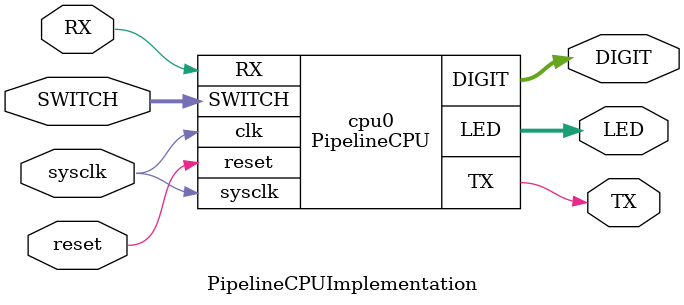
<source format=v>
module PipelineCPU(sysclk,clk,reset,LED,SWITCH,DIGIT,TX,RX);
  input sysclk,clk,reset,RX;
  input [7:0] SWITCH;
  output TX;
  output [7:0] LED;
  output [11:0] DIGIT;
  
  wire reset,ALUSrc1,ALUSrc2,LUOp,EXTOp,IRQ;
  wire [31:0] DataBusA,DataBusB,DataBusC,ALUOut,PCplus4,PCadd,BranchAdd,
    Instruct,ALU_A,ALU_B,LUIin,ExtImm,ConBA,PCin,ILLOP,XADR,MemReadData;
  wire [5:0] ALUFun;
  wire [4:0] AddrC,Rs,Rt,Rd,Shamt,Xp,Ra;
  wire [25:0] JT;
  wire [15:0] Imm16;
  wire [2:0] PCSrc;
  wire [1:0] RegDst,MemToReg;
  wire RegWr,MemRd,MemWr,Sign;
  reg [31:0] PC;
  
  reg[31:0] Instruct_Id;
  reg ALUSrc1_Ex,ALUSrc2_Ex;
  //reg[31:0] ExtImm_Ex;
  reg[4:0] Shamt_Ex;
  reg[31:0] LUIin_Ex;
  reg[31:0] /*DataBusA_Mem,*/DataBusA_Ex,DataBusB_Ex,DataBusB_Mem;
  reg[5:0] ALUFun_Ex;
  reg[2:0] PCSrc_Ex,PCSrc_Mem;//,PCSrc_Wb;
  reg Sign_Ex;
  reg[1:0] MemToReg_Ex,MemToReg_Mem,MemToReg_Wb;
  reg[31:0] ConBA_Ex;
  reg[31:0] PCplus4_Mem,PCplus4_Ex,PCplus4_Wb,PCplus4_Id;
  reg[31:0] MemReadData_Wb;
  reg[25:0] /*JT_Mem,*/JT_Ex;
  
  reg MemWr_Mem,MemWr_Ex;
  reg RegWr_Ex,RegWr_Mem,RegWr_Wb;
  reg MemRd_Ex,MemRd_Mem;
  reg[4:0] AddrC_Ex,AddrC_Mem,AddrC_Wb;
  reg[4:0] Rs_Ex,Rt_Ex,Rt_Mem;
  wire[1:0] forwardA,forwardB;
  reg[31:0] ALUOut_Mem,ALUOut_Wb;
  wire stall;
  wire IF_flush,ID_flush,EX_flush;
  assign IF_flush = (PCSrc[2]^PCSrc[1])|(~PCSrc_Ex[2]&~PCSrc_Ex[1]&PCSrc_Ex[0]&ALUOut[0]);
  assign ID_flush = stall|(~PCSrc_Ex[2]&~PCSrc_Ex[1]&PCSrc_Ex[0]&ALUOut[0]);
  assign EX_flush = 0;
  
  
  PipelineHazard ph(RegWr_Ex,RegWr_Mem,RegWr_Wb,AddrC_Ex,AddrC_Mem,AddrC_Wb,Rs,Rt,Rs_Ex,Rt_Ex,forwardA,forwardB,stall,MemRd_Ex);
  
  
  always @ (posedge clk or posedge reset)
  begin
    if(reset)
    begin
      PC <= 0;
      PCplus4_Id <= 0;
      Instruct_Id <= 0;
      
      ALUSrc1_Ex <= 0;
      ALUSrc2_Ex <= 0;
      Shamt_Ex <= 0;
      LUIin_Ex <= 0;
      ALUFun_Ex <= 0;
      PCSrc_Ex <= 0;
      RegWr_Ex <= 0;
      Sign_Ex <= 0;
      MemWr_Ex <= 0;
      MemRd_Ex <= 0;
      MemToReg_Ex <= 0;
      DataBusA_Ex <= 0;
      DataBusB_Ex <= 0;
      Rt_Ex <= 0;
      Rs_Ex <= 0;
      AddrC_Ex <= 0;
      PCplus4_Ex <= 0;
      JT_Ex <= 0;
      ConBA_Ex <= 0;
      
      MemRd_Mem <= 0;
      MemWr_Mem <= 0;
      PCSrc_Mem <= 0;
      MemToReg_Mem <= 0;
      RegWr_Mem <= 0;
      MemRd_Mem <= 0;
      MemWr_Mem <= 0;
      MemToReg_Mem <= 0;
      RegWr_Mem <= 0;
      DataBusB_Mem <= 0;
      PCplus4_Mem <= 0;
      AddrC_Mem <= 0;
      ALUOut_Mem <= 0;
      
      MemToReg_Wb <= 0;
      PCplus4_Wb <= 0;
      MemReadData_Wb <= 0;
      RegWr_Wb <= 0;
      AddrC_Wb <= 0;
      ALUOut_Wb <= 0;
    end
    else
    begin
      //IF/ID
       if(stall)
          begin
            Instruct_Id <= 0;
          end
        else if(IF_flush)
          begin
            PC <= PCin;
            PCplus4_Id <= PCplus4;
            Instruct_Id <= 0;
          end
        else
          begin
            PC <= PCin;
            PCplus4_Id <= PCplus4;
            Instruct_Id <= Instruct;
          end
            
        //ID/EX
        if(ID_flush)
          begin
            ALUSrc1_Ex <= 0;
            ALUSrc2_Ex <= 0;
            ALUFun_Ex <= 0;
            PCSrc_Ex <= 0;
            RegWr_Ex <= 0;
            Sign_Ex <= 0;
            MemWr_Ex <= 0;
            MemRd_Ex <= 0;
            MemToReg_Ex <= 0;
            Rt_Ex <= 0;
            Rs_Ex <= 0;
            AddrC_Ex <= 0;
          end
        else
          begin
            //ExtImm_Ex <= ExtImm;
            ALUSrc1_Ex <= ALUSrc1;
            ALUSrc2_Ex <= ALUSrc2;
            Shamt_Ex <= Shamt;
            LUIin_Ex <= LUIin;
            Rt_Ex <= Rt;
            Rs_Ex <= Rs;
            DataBusA_Ex <= DataBusA;
            DataBusB_Ex <= DataBusB;
            AddrC_Ex <= AddrC;
            PCplus4_Ex <= (IRQ&~PCSrc_Mem[2]&~PCSrc_Mem[1]&PCSrc_Mem[0]&ALUOut_Mem[0])?PCplus4:PCplus4_Id;
            ALUFun_Ex <= ALUFun;
            PCSrc_Ex <= PCSrc;
            RegWr_Ex <= RegWr;
            Sign_Ex <= Sign;
            MemWr_Ex <= MemWr;
            MemRd_Ex <= MemRd;
            MemToReg_Ex <= MemToReg;
            JT_Ex <= JT;
            ConBA_Ex <= ConBA;
          end
        //EX/MEM
        if(EX_flush)
          begin
            MemRd_Mem <= 0;
            MemWr_Mem <= 0;
            PCSrc_Mem <= 0;
            MemToReg_Mem <= 0;
            RegWr_Mem <= 0;
          end
        else
          begin
            Rt_Mem <= Rt_Ex;
            ALUOut_Mem <= ALUOut;
            //DataBusA_Mem <= DataBusA_Ex;
            DataBusB_Mem <= (MemWr_Ex&&(Rt_Ex == AddrC_Wb))?DataBusC:DataBusB_Ex;
            //ConBA_Mem <= ConBA;
            PCplus4_Mem <= (IRQ&~PCSrc_Ex[2]&~PCSrc_Ex[1]&PCSrc_Ex[0]&ALUOut[0])?ConBA_Ex+4:PCplus4_Ex;
            MemRd_Mem <= MemRd_Ex;
            MemWr_Mem <= MemWr_Ex;
            PCSrc_Mem <= PCSrc_Ex;
            MemToReg_Mem <= MemToReg_Ex;
            RegWr_Mem <= RegWr_Ex;
            AddrC_Mem <= AddrC_Ex;
            //JT_Mem <= JT_Ex;
          end
        //MEM/WB
        ALUOut_Wb <= ALUOut_Mem;
        PCplus4_Wb <= PCplus4_Mem;
        MemReadData_Wb <= MemReadData;
        MemToReg_Wb <= MemToReg_Mem;
        //PCSrc_Wb <= PCSrc_Mem;
        RegWr_Wb <= RegWr_Mem;
        AddrC_Wb <= AddrC_Mem;
    end
  end
  
  assign PCin = PCSrc_Ex==3'd1 ? (ALUOut[0] ? ConBA_Ex : PCplus4) :
                PCSrc==3'd1|PCSrc==3'd0 ? PCplus4 :
                PCSrc==3'd2 ? {PC[31:26],JT} :
                PCSrc==3'd3 ? DataBusA :
                PCSrc==3'd4 ? ILLOP :XADR;
  
  assign ILLOP = 32'h80000004;
  assign XADR  = 32'h80000008;
  assign Xp = 32'd26;
  assign Ra = 32'd31;
  
  assign AddrC = RegDst==2'd0 ? Rd :
                 RegDst==2'd1 ? Rt :
                 RegDst==2'd2 ? Ra : Xp;
  wire[31:0] ALU_A_in,ALU_B_in;
  assign ALU_A = forwardA[1]?ALUOut_Mem:(forwardA[0]?DataBusC:DataBusA_Ex);
  assign ALU_B = forwardB[1]?ALUOut_Mem:(forwardB[0]?DataBusC:DataBusB_Ex);
  assign ALU_A_in = ALUSrc1_Ex ? {27'd0,Shamt_Ex} : ALU_A;
  assign ALU_B_in = ALUSrc2_Ex ? LUIin_Ex         : ALU_B;
  ALU alu0(ALU_A_in,ALU_B_in,ALUFun_Ex,Sign_Ex,ALUOut);
  
  assign LUIin = LUOp ? {Imm16,16'd0} : ExtImm;
  assign ExtImm = {{16{EXTOp&Imm16[15]}},Imm16};
  assign DataBusC = MemToReg_Wb==2'd0 ? ALUOut_Wb :
                    MemToReg_Wb==2'd1 ? MemReadData_Wb : PCplus4_Wb;

  KS_ADD PCadder(PC,32'd4,PCadd,,1'b0);
  assign PCplus4 = {PC[31],PCadd[30:0]};
  KS_ADD BranchAdder({2'd0,PCplus4_Id[31:2]},ExtImm,BranchAdd,,1'b0);
  assign ConBA = {PCplus4_Id[31],BranchAdd[28:0],2'b0};
  
  Pipeline_RegisterFile reg0(reset,clk,Rs,DataBusA,Rt,DataBusB,RegWr_Wb,AddrC_Wb,DataBusC,RegWr_Wb,AddrC_Wb,ALUOut_Wb);
  
  InstructionMemory mem0(PC,Instruct);
  assign JT = Instruct_Id[25:0];
  assign Imm16 = Instruct_Id[15:0];
  assign Shamt = Instruct_Id[10:6];
  assign Rd = Instruct_Id[15:11];
  assign Rt = Instruct_Id[20:16];
  assign Rs = Instruct_Id[25:21];
  
  wire[31:0] DataBusB_Mem_in;
  assign DataBusB_Mem_in = (MemWr_Mem&&(Rt_Mem == AddrC_Wb))?DataBusC:DataBusB_Mem;
  DataMemory mem1(reset,sysclk,clk,MemRd_Mem,MemWr_Mem,ALUOut_Mem,DataBusB_Mem_in,MemReadData,LED,SWITCH,DIGIT,TX,RX,IRQ);
  SingleCycleControl ctrl(Instruct_Id,IRQ&~PC[31],PCSrc,RegDst,RegWr,ALUSrc1,ALUSrc2,ALUFun,Sign,MemWr,MemRd,MemToReg,EXTOp,LUOp);
endmodule

module PipelineCPUImplementation(sysclk,reset,LED,SWITCH,DIGIT,TX,RX);
  input sysclk,reset,RX;
  input [7:0] SWITCH;
  output TX;
  output [7:0] LED;
  output [11:0] DIGIT;
  PipelineCPU cpu0(sysclk,sysclk,reset,LED,SWITCH,DIGIT,TX,RX);
endmodule



</source>
